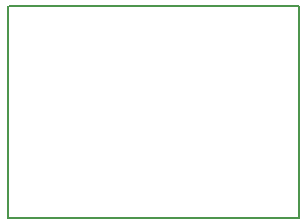
<source format=gbr>
G04 #@! TF.FileFunction,Profile,NP*
%FSLAX46Y46*%
G04 Gerber Fmt 4.6, Leading zero omitted, Abs format (unit mm)*
G04 Created by KiCad (PCBNEW 4.0.6) date 11/05/17 19:48:39*
%MOMM*%
%LPD*%
G01*
G04 APERTURE LIST*
%ADD10C,0.100000*%
%ADD11C,0.150000*%
G04 APERTURE END LIST*
D10*
D11*
X126120000Y-92450000D02*
X126120000Y-74540000D01*
X150740000Y-92450000D02*
X126120000Y-92450000D01*
X150740000Y-74540000D02*
X150740000Y-92450000D01*
X126180000Y-74540000D02*
X150740000Y-74540000D01*
M02*

</source>
